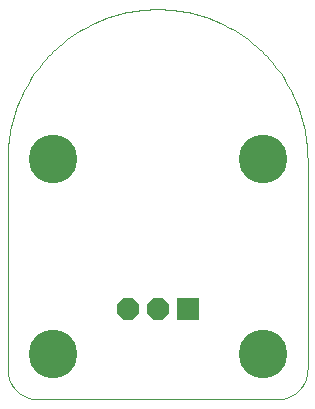
<source format=gbs>
G75*
%MOIN*%
%OFA0B0*%
%FSLAX25Y25*%
%IPPOS*%
%LPD*%
%AMOC8*
5,1,8,0,0,1.08239X$1,22.5*
%
%ADD10OC8,0.07400*%
%ADD11R,0.07400X0.07400*%
%ADD12C,0.00000*%
%ADD13C,0.16211*%
D10*
X0046800Y0054006D03*
X0056800Y0054006D03*
D11*
X0066800Y0054006D03*
D12*
X0096800Y0024006D02*
X0016800Y0024006D01*
X0016558Y0024009D01*
X0016317Y0024018D01*
X0016076Y0024032D01*
X0015835Y0024053D01*
X0015595Y0024079D01*
X0015355Y0024111D01*
X0015116Y0024149D01*
X0014879Y0024192D01*
X0014642Y0024242D01*
X0014407Y0024297D01*
X0014173Y0024357D01*
X0013941Y0024424D01*
X0013710Y0024495D01*
X0013481Y0024573D01*
X0013254Y0024656D01*
X0013029Y0024744D01*
X0012806Y0024838D01*
X0012586Y0024937D01*
X0012368Y0025042D01*
X0012153Y0025151D01*
X0011940Y0025266D01*
X0011730Y0025386D01*
X0011524Y0025511D01*
X0011320Y0025641D01*
X0011119Y0025776D01*
X0010922Y0025916D01*
X0010728Y0026060D01*
X0010538Y0026209D01*
X0010352Y0026363D01*
X0010169Y0026521D01*
X0009990Y0026683D01*
X0009815Y0026850D01*
X0009644Y0027021D01*
X0009477Y0027196D01*
X0009315Y0027375D01*
X0009157Y0027558D01*
X0009003Y0027744D01*
X0008854Y0027934D01*
X0008710Y0028128D01*
X0008570Y0028325D01*
X0008435Y0028526D01*
X0008305Y0028730D01*
X0008180Y0028936D01*
X0008060Y0029146D01*
X0007945Y0029359D01*
X0007836Y0029574D01*
X0007731Y0029792D01*
X0007632Y0030012D01*
X0007538Y0030235D01*
X0007450Y0030460D01*
X0007367Y0030687D01*
X0007289Y0030916D01*
X0007218Y0031147D01*
X0007151Y0031379D01*
X0007091Y0031613D01*
X0007036Y0031848D01*
X0006986Y0032085D01*
X0006943Y0032322D01*
X0006905Y0032561D01*
X0006873Y0032801D01*
X0006847Y0033041D01*
X0006826Y0033282D01*
X0006812Y0033523D01*
X0006803Y0033764D01*
X0006800Y0034006D01*
X0006800Y0104006D01*
X0006815Y0105224D01*
X0006859Y0106440D01*
X0006933Y0107656D01*
X0007037Y0108869D01*
X0007170Y0110079D01*
X0007333Y0111286D01*
X0007525Y0112488D01*
X0007746Y0113686D01*
X0007996Y0114878D01*
X0008275Y0116063D01*
X0008583Y0117241D01*
X0008920Y0118411D01*
X0009285Y0119573D01*
X0009678Y0120725D01*
X0010099Y0121868D01*
X0010548Y0122999D01*
X0011024Y0124120D01*
X0011528Y0125229D01*
X0012058Y0126325D01*
X0012615Y0127408D01*
X0013198Y0128477D01*
X0013806Y0129531D01*
X0014441Y0130571D01*
X0015100Y0131594D01*
X0015784Y0132602D01*
X0016493Y0133592D01*
X0017225Y0134565D01*
X0017981Y0135519D01*
X0018760Y0136455D01*
X0019561Y0137372D01*
X0020385Y0138269D01*
X0021230Y0139145D01*
X0022096Y0140001D01*
X0022983Y0140836D01*
X0023890Y0141648D01*
X0024816Y0142438D01*
X0025762Y0143206D01*
X0026725Y0143950D01*
X0027707Y0144670D01*
X0028706Y0145367D01*
X0029721Y0146039D01*
X0030753Y0146686D01*
X0031800Y0147307D01*
X0032862Y0147903D01*
X0033938Y0148473D01*
X0035027Y0149017D01*
X0036130Y0149533D01*
X0037245Y0150023D01*
X0038371Y0150486D01*
X0039508Y0150921D01*
X0040656Y0151328D01*
X0041813Y0151707D01*
X0042979Y0152058D01*
X0044153Y0152380D01*
X0045335Y0152674D01*
X0046524Y0152939D01*
X0047718Y0153174D01*
X0048918Y0153381D01*
X0050123Y0153558D01*
X0051331Y0153706D01*
X0052543Y0153824D01*
X0053758Y0153913D01*
X0054974Y0153973D01*
X0056191Y0154002D01*
X0057409Y0154002D01*
X0058626Y0153973D01*
X0059842Y0153913D01*
X0061057Y0153824D01*
X0062269Y0153706D01*
X0063477Y0153558D01*
X0064682Y0153381D01*
X0065882Y0153174D01*
X0067076Y0152939D01*
X0068265Y0152674D01*
X0069447Y0152380D01*
X0070621Y0152058D01*
X0071787Y0151707D01*
X0072944Y0151328D01*
X0074092Y0150921D01*
X0075229Y0150486D01*
X0076355Y0150023D01*
X0077470Y0149533D01*
X0078573Y0149017D01*
X0079662Y0148473D01*
X0080738Y0147903D01*
X0081800Y0147307D01*
X0082847Y0146686D01*
X0083879Y0146039D01*
X0084894Y0145367D01*
X0085893Y0144670D01*
X0086875Y0143950D01*
X0087838Y0143206D01*
X0088784Y0142438D01*
X0089710Y0141648D01*
X0090617Y0140836D01*
X0091504Y0140001D01*
X0092370Y0139145D01*
X0093215Y0138269D01*
X0094039Y0137372D01*
X0094840Y0136455D01*
X0095619Y0135519D01*
X0096375Y0134565D01*
X0097107Y0133592D01*
X0097816Y0132602D01*
X0098500Y0131594D01*
X0099159Y0130571D01*
X0099794Y0129531D01*
X0100402Y0128477D01*
X0100985Y0127408D01*
X0101542Y0126325D01*
X0102072Y0125229D01*
X0102576Y0124120D01*
X0103052Y0122999D01*
X0103501Y0121868D01*
X0103922Y0120725D01*
X0104315Y0119573D01*
X0104680Y0118411D01*
X0105017Y0117241D01*
X0105325Y0116063D01*
X0105604Y0114878D01*
X0105854Y0113686D01*
X0106075Y0112488D01*
X0106267Y0111286D01*
X0106430Y0110079D01*
X0106563Y0108869D01*
X0106667Y0107656D01*
X0106741Y0106440D01*
X0106785Y0105224D01*
X0106800Y0104006D01*
X0106800Y0034006D01*
X0106797Y0033764D01*
X0106788Y0033523D01*
X0106774Y0033282D01*
X0106753Y0033041D01*
X0106727Y0032801D01*
X0106695Y0032561D01*
X0106657Y0032322D01*
X0106614Y0032085D01*
X0106564Y0031848D01*
X0106509Y0031613D01*
X0106449Y0031379D01*
X0106382Y0031147D01*
X0106311Y0030916D01*
X0106233Y0030687D01*
X0106150Y0030460D01*
X0106062Y0030235D01*
X0105968Y0030012D01*
X0105869Y0029792D01*
X0105764Y0029574D01*
X0105655Y0029359D01*
X0105540Y0029146D01*
X0105420Y0028936D01*
X0105295Y0028730D01*
X0105165Y0028526D01*
X0105030Y0028325D01*
X0104890Y0028128D01*
X0104746Y0027934D01*
X0104597Y0027744D01*
X0104443Y0027558D01*
X0104285Y0027375D01*
X0104123Y0027196D01*
X0103956Y0027021D01*
X0103785Y0026850D01*
X0103610Y0026683D01*
X0103431Y0026521D01*
X0103248Y0026363D01*
X0103062Y0026209D01*
X0102872Y0026060D01*
X0102678Y0025916D01*
X0102481Y0025776D01*
X0102280Y0025641D01*
X0102076Y0025511D01*
X0101870Y0025386D01*
X0101660Y0025266D01*
X0101447Y0025151D01*
X0101232Y0025042D01*
X0101014Y0024937D01*
X0100794Y0024838D01*
X0100571Y0024744D01*
X0100346Y0024656D01*
X0100119Y0024573D01*
X0099890Y0024495D01*
X0099659Y0024424D01*
X0099427Y0024357D01*
X0099193Y0024297D01*
X0098958Y0024242D01*
X0098721Y0024192D01*
X0098484Y0024149D01*
X0098245Y0024111D01*
X0098005Y0024079D01*
X0097765Y0024053D01*
X0097524Y0024032D01*
X0097283Y0024018D01*
X0097042Y0024009D01*
X0096800Y0024006D01*
D13*
X0091800Y0039006D03*
X0091800Y0104006D03*
X0021800Y0104006D03*
X0021800Y0039006D03*
M02*

</source>
